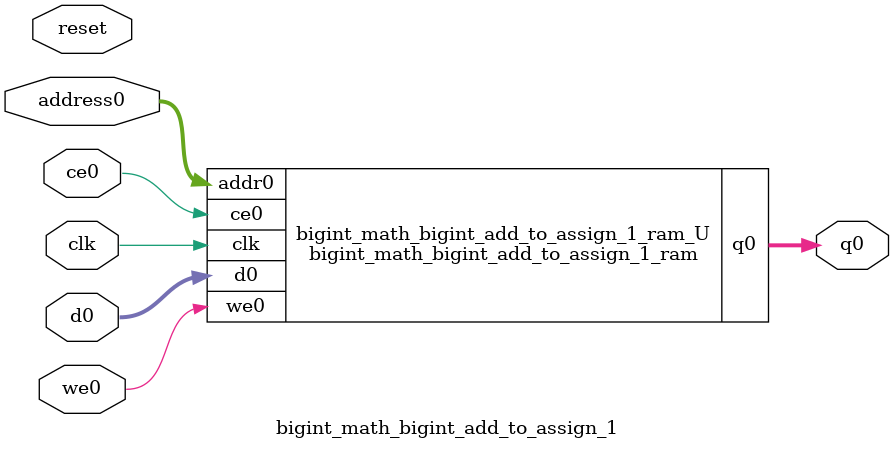
<source format=v>

`timescale 1 ns / 1 ps
module bigint_math_bigint_add_to_assign_1_ram (addr0, ce0, d0, we0, q0,  clk);

parameter DWIDTH = 8;
parameter AWIDTH = 8;
parameter MEM_SIZE = 256;

input[AWIDTH-1:0] addr0;
input ce0;
input[DWIDTH-1:0] d0;
input we0;
output reg[DWIDTH-1:0] q0;
input clk;

reg [DWIDTH-1:0] ram[MEM_SIZE-1:0];




always @(posedge clk)  
begin 
    if (ce0) 
    begin
        if (we0) 
        begin 
            ram[addr0] <= d0; 
            q0 <= d0;
        end 
        else 
            q0 <= ram[addr0];
    end
end


endmodule


`timescale 1 ns / 1 ps
module bigint_math_bigint_add_to_assign_1(
    reset,
    clk,
    address0,
    ce0,
    we0,
    d0,
    q0);

parameter DataWidth = 32'd8;
parameter AddressRange = 32'd256;
parameter AddressWidth = 32'd8;
input reset;
input clk;
input[AddressWidth - 1:0] address0;
input ce0;
input we0;
input[DataWidth - 1:0] d0;
output[DataWidth - 1:0] q0;



bigint_math_bigint_add_to_assign_1_ram bigint_math_bigint_add_to_assign_1_ram_U(
    .clk( clk ),
    .addr0( address0 ),
    .ce0( ce0 ),
    .d0( d0 ),
    .we0( we0 ),
    .q0( q0 ));

endmodule


</source>
